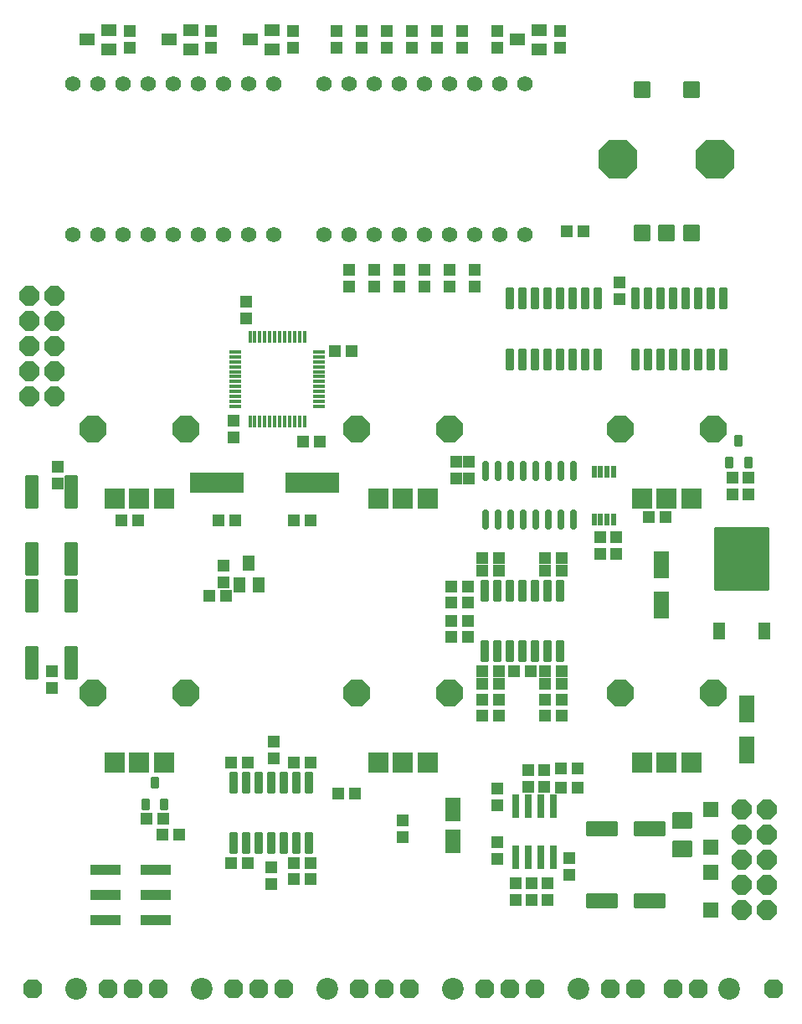
<source format=gbr>
%TF.GenerationSoftware,KiCad,Pcbnew,(6.0.11-0)*%
%TF.CreationDate,2023-03-06T23:39:12+01:00*%
%TF.ProjectId,braids,62726169-6473-42e6-9b69-6361645f7063,rev?*%
%TF.SameCoordinates,Original*%
%TF.FileFunction,Soldermask,Top*%
%TF.FilePolarity,Negative*%
%FSLAX46Y46*%
G04 Gerber Fmt 4.6, Leading zero omitted, Abs format (unit mm)*
G04 Created by KiCad (PCBNEW (6.0.11-0)) date 2023-03-06 23:39:12*
%MOMM*%
%LPD*%
G01*
G04 APERTURE LIST*
G04 Aperture macros list*
%AMRoundRect*
0 Rectangle with rounded corners*
0 $1 Rounding radius*
0 $2 $3 $4 $5 $6 $7 $8 $9 X,Y pos of 4 corners*
0 Add a 4 corners polygon primitive as box body*
4,1,4,$2,$3,$4,$5,$6,$7,$8,$9,$2,$3,0*
0 Add four circle primitives for the rounded corners*
1,1,$1+$1,$2,$3*
1,1,$1+$1,$4,$5*
1,1,$1+$1,$6,$7*
1,1,$1+$1,$8,$9*
0 Add four rect primitives between the rounded corners*
20,1,$1+$1,$2,$3,$4,$5,0*
20,1,$1+$1,$4,$5,$6,$7,0*
20,1,$1+$1,$6,$7,$8,$9,0*
20,1,$1+$1,$8,$9,$2,$3,0*%
%AMFreePoly0*
4,1,25,0.575031,1.328373,0.579933,1.323882,1.323882,0.579933,1.345910,0.532692,1.346200,0.526051,1.346200,-0.526051,1.328373,-0.575031,1.323882,-0.579933,0.579933,-1.323882,0.532692,-1.345910,0.526051,-1.346200,-0.526051,-1.346200,-0.575031,-1.328373,-0.579933,-1.323882,-1.323882,-0.579933,-1.345910,-0.532692,-1.346200,-0.526051,-1.346200,0.526051,-1.328373,0.575031,-1.323882,0.579933,
-0.579933,1.323882,-0.532692,1.345910,-0.526051,1.346200,0.526051,1.346200,0.575031,1.328373,0.575031,1.328373,$1*%
%AMFreePoly1*
4,1,25,0.417216,0.947373,0.422118,0.942882,0.942882,0.422118,0.964910,0.374877,0.965200,0.368236,0.965200,-0.368236,0.947373,-0.417216,0.942882,-0.422118,0.422118,-0.942882,0.374877,-0.964910,0.368236,-0.965200,-0.368236,-0.965200,-0.417216,-0.947373,-0.422118,-0.942882,-0.942882,-0.422118,-0.964910,-0.374877,-0.965200,-0.368236,-0.965200,0.368236,-0.947373,0.417216,-0.942882,0.422118,
-0.422118,0.942882,-0.374877,0.964910,-0.368236,0.965200,0.368236,0.965200,0.417216,0.947373,0.417216,0.947373,$1*%
%AMFreePoly2*
4,1,25,0.839299,1.966373,0.844201,1.961882,1.961882,0.844201,1.983910,0.796960,1.984200,0.790319,1.984200,-0.790319,1.966373,-0.839299,1.961882,-0.844201,0.844201,-1.961882,0.796960,-1.983910,0.790319,-1.984200,-0.790319,-1.984200,-0.839299,-1.966373,-0.844201,-1.961882,-1.961882,-0.844201,-1.983910,-0.796960,-1.984200,-0.790319,-1.984200,0.790319,-1.966373,0.839299,-1.961882,0.844201,
-0.844201,1.961882,-0.796960,1.983910,-0.790319,1.984200,0.790319,1.984200,0.839299,1.966373,0.839299,1.966373,$1*%
%AMFreePoly3*
4,1,25,0.438258,0.998173,0.443160,0.993682,0.993682,0.443160,1.015710,0.395919,1.016000,0.389278,1.016000,-0.389278,0.998173,-0.438258,0.993682,-0.443160,0.443160,-0.993682,0.395919,-1.015710,0.389278,-1.016000,-0.389278,-1.016000,-0.438258,-0.998173,-0.443160,-0.993682,-0.993682,-0.443160,-1.015710,-0.395919,-1.016000,-0.389278,-1.016000,0.389278,-0.998173,0.438258,-0.993682,0.443160,
-0.443160,0.993682,-0.395919,1.015710,-0.389278,1.016000,0.389278,1.016000,0.438258,0.998173,0.438258,0.998173,$1*%
G04 Aperture macros list end*
%ADD10RoundRect,0.076200X0.550000X0.500000X-0.550000X0.500000X-0.550000X-0.500000X0.550000X-0.500000X0*%
%ADD11RoundRect,0.076200X-0.550000X0.500000X-0.550000X-0.500000X0.550000X-0.500000X0.550000X0.500000X0*%
%ADD12RoundRect,0.076200X-0.500000X-0.550000X0.500000X-0.550000X0.500000X0.550000X-0.500000X0.550000X0*%
%ADD13RoundRect,0.076200X0.939800X-0.939800X0.939800X0.939800X-0.939800X0.939800X-0.939800X-0.939800X0*%
%ADD14FreePoly0,90.000000*%
%ADD15RoundRect,0.076200X-0.500000X0.550000X-0.500000X-0.550000X0.500000X-0.550000X0.500000X0.550000X0*%
%ADD16RoundRect,0.076200X0.700000X-0.500000X0.700000X0.500000X-0.700000X0.500000X-0.700000X-0.500000X0*%
%ADD17RoundRect,0.076200X0.550000X-0.500000X0.550000X0.500000X-0.550000X0.500000X-0.550000X-0.500000X0*%
%ADD18RoundRect,0.076200X-0.550000X-0.500000X0.550000X-0.500000X0.550000X0.500000X-0.550000X0.500000X0*%
%ADD19RoundRect,0.076200X2.667000X0.965200X-2.667000X0.965200X-2.667000X-0.965200X2.667000X-0.965200X0*%
%ADD20RoundRect,0.076200X-0.330200X-1.016000X0.330200X-1.016000X0.330200X1.016000X-0.330200X1.016000X0*%
%ADD21RoundRect,0.076200X0.500000X0.550000X-0.500000X0.550000X-0.500000X-0.550000X0.500000X-0.550000X0*%
%ADD22RoundRect,0.076200X0.500000X-0.550000X0.500000X0.550000X-0.500000X0.550000X-0.500000X-0.550000X0*%
%ADD23RoundRect,0.076200X-0.350000X-0.500000X0.350000X-0.500000X0.350000X0.500000X-0.350000X0.500000X0*%
%ADD24RoundRect,0.076200X1.500000X0.700000X-1.500000X0.700000X-1.500000X-0.700000X1.500000X-0.700000X0*%
%ADD25RoundRect,0.076200X-0.500000X-0.700000X0.500000X-0.700000X0.500000X0.700000X-0.500000X0.700000X0*%
%ADD26C,2.200000*%
%ADD27FreePoly1,90.000000*%
%ADD28RoundRect,0.076200X-0.600000X1.600000X-0.600000X-1.600000X0.600000X-1.600000X0.600000X1.600000X0*%
%ADD29RoundRect,0.150000X0.150000X-0.825000X0.150000X0.825000X-0.150000X0.825000X-0.150000X-0.825000X0*%
%ADD30RoundRect,0.076200X-0.205000X-0.510000X0.205000X-0.510000X0.205000X0.510000X-0.205000X0.510000X0*%
%ADD31RoundRect,0.076200X-0.127000X-0.500000X0.127000X-0.500000X0.127000X0.500000X-0.127000X0.500000X0*%
%ADD32RoundRect,0.076200X-0.500000X-0.127000X0.500000X-0.127000X0.500000X0.127000X-0.500000X0.127000X0*%
%ADD33RoundRect,0.076200X-0.750000X-0.750000X0.750000X-0.750000X0.750000X0.750000X-0.750000X0.750000X0*%
%ADD34FreePoly2,0.000000*%
%ADD35R,3.150000X1.000000*%
%ADD36C,1.574800*%
%ADD37RoundRect,0.076200X0.700000X-1.300000X0.700000X1.300000X-0.700000X1.300000X-0.700000X-1.300000X0*%
%ADD38RoundRect,0.076200X-0.901500X0.800000X-0.901500X-0.800000X0.901500X-0.800000X0.901500X0.800000X0*%
%ADD39RoundRect,0.076200X-0.500000X-0.800000X0.500000X-0.800000X0.500000X0.800000X-0.500000X0.800000X0*%
%ADD40RoundRect,0.076200X-2.700000X-3.100000X2.700000X-3.100000X2.700000X3.100000X-2.700000X3.100000X0*%
%ADD41RoundRect,0.076200X0.700000X-0.700000X0.700000X0.700000X-0.700000X0.700000X-0.700000X-0.700000X0*%
%ADD42FreePoly1,270.000000*%
%ADD43RoundRect,0.076200X0.700000X-1.100000X0.700000X1.100000X-0.700000X1.100000X-0.700000X-1.100000X0*%
%ADD44RoundRect,0.076200X-0.300000X-1.100000X0.300000X-1.100000X0.300000X1.100000X-0.300000X1.100000X0*%
%ADD45FreePoly3,270.000000*%
%ADD46FreePoly3,90.000000*%
G04 APERTURE END LIST*
D10*
%TO.C,C16*%
X158251100Y-119926100D03*
X156551100Y-119926100D03*
%TD*%
D11*
%TO.C,R5*%
X144383600Y-55258600D03*
X144383600Y-56958600D03*
%TD*%
D12*
%TO.C,R41*%
X156551100Y-124371100D03*
X158251100Y-124371100D03*
%TD*%
D13*
%TO.C,R19*%
X124341100Y-102478600D03*
X121841100Y-102478600D03*
X119341100Y-102478600D03*
D14*
X126541100Y-95478600D03*
X117141100Y-95478600D03*
%TD*%
D13*
%TO.C,R36*%
X124341100Y-129148600D03*
X121841100Y-129148600D03*
X119341100Y-129148600D03*
D14*
X126541100Y-122148600D03*
X117141100Y-122148600D03*
%TD*%
D11*
%TO.C,R3*%
X137398600Y-55258600D03*
X137398600Y-56958600D03*
%TD*%
D12*
%TO.C,R32*%
X153376100Y-116433600D03*
X155076100Y-116433600D03*
%TD*%
D15*
%TO.C,C11*%
X168513600Y-106376100D03*
X168513600Y-108076100D03*
%TD*%
D16*
%TO.C,Q2*%
X127068600Y-57058600D03*
X124868600Y-56108600D03*
X127068600Y-55158600D03*
%TD*%
D17*
%TO.C,R18*%
X155813600Y-81088600D03*
X155813600Y-79388600D03*
%TD*%
D18*
%TO.C,C22*%
X164488600Y-131673600D03*
X166188600Y-131673600D03*
%TD*%
D19*
%TO.C,Q5*%
X139367100Y-100876100D03*
X129715100Y-100876100D03*
%TD*%
D17*
%TO.C,R13*%
X143113600Y-81088600D03*
X143113600Y-79388600D03*
%TD*%
D20*
%TO.C,IC9*%
X131366100Y-137287000D03*
X132636100Y-137287000D03*
X133906100Y-137287000D03*
X135176100Y-137287000D03*
X136446100Y-137287000D03*
X137716100Y-137287000D03*
X138986100Y-137287000D03*
X138986100Y-131140200D03*
X137716100Y-131140200D03*
X136446100Y-131140200D03*
X135176100Y-131140200D03*
X133906100Y-131140200D03*
X132636100Y-131140200D03*
X131366100Y-131140200D03*
%TD*%
D21*
%TO.C,R51*%
X125866100Y-136436100D03*
X124166100Y-136436100D03*
%TD*%
D22*
%TO.C,C6*%
X153908600Y-100456100D03*
X153908600Y-98756100D03*
%TD*%
D23*
%TO.C,IC3*%
X181533600Y-98801100D03*
X183433600Y-98801100D03*
X182483600Y-96601100D03*
%TD*%
D17*
%TO.C,R17*%
X153273600Y-81088600D03*
X153273600Y-79388600D03*
%TD*%
D15*
%TO.C,C4*%
X131366100Y-94628600D03*
X131366100Y-96328600D03*
%TD*%
%TO.C,C28*%
X135176100Y-139713600D03*
X135176100Y-141413600D03*
%TD*%
D24*
%TO.C,C30*%
X168653600Y-143103600D03*
X173453600Y-143103600D03*
%TD*%
D25*
%TO.C,Q6*%
X132003600Y-111183600D03*
X132953600Y-108983600D03*
X133903600Y-111183600D03*
%TD*%
D22*
%TO.C,C7*%
X155178600Y-100456100D03*
X155178600Y-98756100D03*
%TD*%
D20*
%TO.C,IC2*%
X172006100Y-88392000D03*
X173276100Y-88392000D03*
X174546100Y-88392000D03*
X175816100Y-88392000D03*
X177086100Y-88392000D03*
X178356100Y-88392000D03*
X179626100Y-88392000D03*
X180896100Y-88392000D03*
X180896100Y-82245200D03*
X179626100Y-82245200D03*
X178356100Y-82245200D03*
X177086100Y-82245200D03*
X175816100Y-82245200D03*
X174546100Y-82245200D03*
X173276100Y-82245200D03*
X172006100Y-82245200D03*
%TD*%
D17*
%TO.C,R55*%
X159941100Y-143001100D03*
X159941100Y-141301100D03*
%TD*%
D23*
%TO.C,IC8*%
X122478600Y-133408600D03*
X124378600Y-133408600D03*
X123428600Y-131208600D03*
%TD*%
D11*
%TO.C,R27*%
X130413600Y-109233600D03*
X130413600Y-110933600D03*
%TD*%
D17*
%TO.C,R23*%
X181848600Y-102043600D03*
X181848600Y-100343600D03*
%TD*%
%TO.C,R22*%
X113635000Y-100961300D03*
X113635000Y-99261300D03*
%TD*%
D22*
%TO.C,C1*%
X170418600Y-82358600D03*
X170418600Y-80658600D03*
%TD*%
D11*
%TO.C,R1*%
X120888600Y-55258600D03*
X120888600Y-56958600D03*
%TD*%
D21*
%TO.C,R12*%
X166823600Y-75476100D03*
X165123600Y-75476100D03*
%TD*%
D26*
%TO.C,J4*%
X153591100Y-151993600D03*
D27*
X159306100Y-151993600D03*
X156766100Y-151993600D03*
X149146100Y-151993600D03*
%TD*%
D12*
%TO.C,R53*%
X137501100Y-139293600D03*
X139201100Y-139293600D03*
%TD*%
D26*
%TO.C,J3*%
X140891100Y-151993600D03*
D27*
X146606100Y-151993600D03*
X144066100Y-151993600D03*
X136446100Y-151993600D03*
%TD*%
D28*
%TO.C,SW2*%
X111000000Y-101791300D03*
X111000000Y-108591300D03*
X115000000Y-101791300D03*
X115000000Y-108591300D03*
%TD*%
D29*
%TO.C,IC4*%
X156855000Y-104621100D03*
X158125000Y-104621100D03*
X159395000Y-104621100D03*
X160665000Y-104621100D03*
X161935000Y-104621100D03*
X163205000Y-104621100D03*
X164475000Y-104621100D03*
X165745000Y-104621100D03*
X165745000Y-99671100D03*
X164475000Y-99671100D03*
X163205000Y-99671100D03*
X161935000Y-99671100D03*
X160665000Y-99671100D03*
X159395000Y-99671100D03*
X158125000Y-99671100D03*
X156855000Y-99671100D03*
%TD*%
D16*
%TO.C,Q3*%
X135323600Y-57058600D03*
X133123600Y-56108600D03*
X135323600Y-55158600D03*
%TD*%
D11*
%TO.C,R50*%
X158036100Y-137173600D03*
X158036100Y-138873600D03*
%TD*%
D26*
%TO.C,J5*%
X166291100Y-151993600D03*
D27*
X172006100Y-151993600D03*
X169466100Y-151993600D03*
X161846100Y-151993600D03*
%TD*%
D12*
%TO.C,R42*%
X162901100Y-124371100D03*
X164601100Y-124371100D03*
%TD*%
D11*
%TO.C,R7*%
X149463600Y-55258600D03*
X149463600Y-56958600D03*
%TD*%
D30*
%TO.C,IC5*%
X167856100Y-104546100D03*
X168506100Y-104546100D03*
X169156100Y-104546100D03*
X169806100Y-104546100D03*
X169806100Y-99746100D03*
X169156100Y-99746100D03*
X168506100Y-99746100D03*
X167856100Y-99746100D03*
%TD*%
D12*
%TO.C,R28*%
X153376100Y-111353600D03*
X155076100Y-111353600D03*
%TD*%
D26*
%TO.C,J1*%
X115491100Y-151993600D03*
D27*
X121206100Y-151993600D03*
X118666100Y-151993600D03*
X111046100Y-151993600D03*
%TD*%
D18*
%TO.C,C18*%
X159726100Y-119926100D03*
X161426100Y-119926100D03*
%TD*%
D17*
%TO.C,R14*%
X145653600Y-81088600D03*
X145653600Y-79388600D03*
%TD*%
D18*
%TO.C,C3*%
X141628600Y-87541100D03*
X143328600Y-87541100D03*
%TD*%
D26*
%TO.C,J2*%
X128191100Y-151993600D03*
D27*
X133906100Y-151993600D03*
X131366100Y-151993600D03*
X123746100Y-151993600D03*
%TD*%
D24*
%TO.C,C25*%
X168653600Y-135801100D03*
X173453600Y-135801100D03*
%TD*%
D15*
%TO.C,C8*%
X183436100Y-100343600D03*
X183436100Y-102043600D03*
%TD*%
D31*
%TO.C,UC1*%
X133061100Y-94648600D03*
X133561100Y-94648600D03*
X134061100Y-94648600D03*
X134561100Y-94648600D03*
X135061100Y-94648600D03*
X135561100Y-94648600D03*
X136061100Y-94648600D03*
X136561100Y-94648600D03*
X137061100Y-94648600D03*
X137561100Y-94648600D03*
X138061100Y-94648600D03*
X138561100Y-94648600D03*
D32*
X140061100Y-93148600D03*
X140061100Y-92648600D03*
X140061100Y-92148600D03*
X140061100Y-91648600D03*
X140061100Y-91148600D03*
X140061100Y-90648600D03*
X140061100Y-90148600D03*
X140061100Y-89648600D03*
X140061100Y-89148600D03*
X140061100Y-88648600D03*
X140061100Y-88148600D03*
X140061100Y-87648600D03*
D31*
X138561100Y-86148600D03*
X138061100Y-86148600D03*
X137561100Y-86148600D03*
X137061100Y-86148600D03*
X136561100Y-86148600D03*
X136061100Y-86148600D03*
X135561100Y-86148600D03*
X135061100Y-86148600D03*
X134561100Y-86148600D03*
X134061100Y-86148600D03*
X133561100Y-86148600D03*
X133061100Y-86148600D03*
D32*
X131561100Y-87648600D03*
X131561100Y-88148600D03*
X131561100Y-88648600D03*
X131561100Y-89148600D03*
X131561100Y-89648600D03*
X131561100Y-90148600D03*
X131561100Y-90648600D03*
X131561100Y-91148600D03*
X131561100Y-91648600D03*
X131561100Y-92148600D03*
X131561100Y-92648600D03*
X131561100Y-93148600D03*
%TD*%
D10*
%TO.C,C26*%
X124278600Y-134848600D03*
X122578600Y-134848600D03*
%TD*%
D18*
%TO.C,C17*%
X162901100Y-119926100D03*
X164601100Y-119926100D03*
%TD*%
D11*
%TO.C,R2*%
X129143600Y-55258600D03*
X129143600Y-56958600D03*
%TD*%
D10*
%TO.C,C13*%
X158251100Y-109766100D03*
X156551100Y-109766100D03*
%TD*%
D17*
%TO.C,R16*%
X150733600Y-81088600D03*
X150733600Y-79388600D03*
%TD*%
D22*
%TO.C,C27*%
X165338600Y-140461100D03*
X165338600Y-138761100D03*
%TD*%
D12*
%TO.C,R35*%
X162901100Y-121196100D03*
X164601100Y-121196100D03*
%TD*%
D21*
%TO.C,R34*%
X158251100Y-121196100D03*
X156551100Y-121196100D03*
%TD*%
D11*
%TO.C,R8*%
X152003600Y-55258600D03*
X152003600Y-56958600D03*
%TD*%
D15*
%TO.C,C29*%
X161528600Y-141301100D03*
X161528600Y-143001100D03*
%TD*%
D20*
%TO.C,IC1*%
X159306100Y-88392000D03*
X160576100Y-88392000D03*
X161846100Y-88392000D03*
X163116100Y-88392000D03*
X164386100Y-88392000D03*
X165656100Y-88392000D03*
X166926100Y-88392000D03*
X168196100Y-88392000D03*
X168196100Y-82245200D03*
X166926100Y-82245200D03*
X165656100Y-82245200D03*
X164386100Y-82245200D03*
X163116100Y-82245200D03*
X161846100Y-82245200D03*
X160576100Y-82245200D03*
X159306100Y-82245200D03*
%TD*%
D11*
%TO.C,R6*%
X146923600Y-55258600D03*
X146923600Y-56958600D03*
%TD*%
D16*
%TO.C,Q4*%
X162311100Y-57058600D03*
X160111100Y-56108600D03*
X162311100Y-55158600D03*
%TD*%
D21*
%TO.C,R47*%
X143646100Y-132308600D03*
X141946100Y-132308600D03*
%TD*%
D33*
%TO.C,SW1*%
X172681100Y-75673600D03*
X177681100Y-75673600D03*
X175181100Y-75673600D03*
X172681100Y-61173600D03*
X177681100Y-61173600D03*
D34*
X170281100Y-68173600D03*
X180081100Y-68173600D03*
%TD*%
D13*
%TO.C,R20*%
X151011100Y-102478600D03*
X148511100Y-102478600D03*
X146011100Y-102478600D03*
D14*
X153211100Y-95478600D03*
X143811100Y-95478600D03*
%TD*%
D35*
%TO.C,J7*%
X123525000Y-145040000D03*
X118475000Y-145040000D03*
X123525000Y-142500000D03*
X118475000Y-142500000D03*
X123525000Y-139960000D03*
X118475000Y-139960000D03*
%TD*%
D36*
%TO.C,DISP1*%
X115173600Y-75793600D03*
X117713600Y-75793600D03*
X120253600Y-75793600D03*
X122793600Y-75793600D03*
X125333600Y-75793600D03*
X127873600Y-75793600D03*
X130413600Y-75793600D03*
X132953600Y-75793600D03*
X135493600Y-75793600D03*
X135493600Y-60553600D03*
X132953600Y-60553600D03*
X130413600Y-60553600D03*
X127873600Y-60553600D03*
X125333600Y-60553600D03*
X122793600Y-60553600D03*
X120253600Y-60553600D03*
X117713600Y-60553600D03*
X115173600Y-60553600D03*
%TD*%
D17*
%TO.C,R46*%
X162798600Y-131571100D03*
X162798600Y-129871100D03*
%TD*%
D18*
%TO.C,C5*%
X138453600Y-96748600D03*
X140153600Y-96748600D03*
%TD*%
D17*
%TO.C,R56*%
X163116100Y-143001100D03*
X163116100Y-141301100D03*
%TD*%
D37*
%TO.C,C19*%
X183277300Y-123749800D03*
X183277300Y-127849800D03*
%TD*%
D12*
%TO.C,R44*%
X137501100Y-129133600D03*
X139201100Y-129133600D03*
%TD*%
D21*
%TO.C,R52*%
X132851100Y-139293600D03*
X131151100Y-139293600D03*
%TD*%
%TO.C,R25*%
X158251100Y-108496100D03*
X156551100Y-108496100D03*
%TD*%
D12*
%TO.C,R24*%
X173378600Y-104368600D03*
X175078600Y-104368600D03*
%TD*%
%TO.C,R30*%
X153376100Y-112941100D03*
X155076100Y-112941100D03*
%TD*%
D21*
%TO.C,R43*%
X132851100Y-129133600D03*
X131151100Y-129133600D03*
%TD*%
D18*
%TO.C,C14*%
X162901100Y-109766100D03*
X164601100Y-109766100D03*
%TD*%
D13*
%TO.C,R38*%
X177681100Y-129148600D03*
X175181100Y-129148600D03*
X172681100Y-129148600D03*
D14*
X179881100Y-122148600D03*
X170481100Y-122148600D03*
%TD*%
D38*
%TO.C,R49*%
X176768600Y-135014100D03*
X176768600Y-137858100D03*
%TD*%
D13*
%TO.C,R37*%
X151011100Y-129148600D03*
X148511100Y-129148600D03*
X146011100Y-129148600D03*
D14*
X153211100Y-122148600D03*
X143811100Y-122148600D03*
%TD*%
D39*
%TO.C,IC6*%
X180521100Y-115836100D03*
X185081100Y-115836100D03*
D40*
X182801100Y-108536100D03*
%TD*%
D20*
%TO.C,IC7*%
X156766100Y-117919500D03*
X158036100Y-117919500D03*
X159306100Y-117919500D03*
X160576100Y-117919500D03*
X161846100Y-117919500D03*
X163116100Y-117919500D03*
X164386100Y-117919500D03*
X164386100Y-111772700D03*
X163116100Y-111772700D03*
X161846100Y-111772700D03*
X160576100Y-111772700D03*
X159306100Y-111772700D03*
X158036100Y-111772700D03*
X156766100Y-111772700D03*
%TD*%
D12*
%TO.C,R45*%
X164488600Y-129768600D03*
X166188600Y-129768600D03*
%TD*%
D41*
%TO.C,D2*%
X179626100Y-140251100D03*
X179626100Y-144051100D03*
%TD*%
D13*
%TO.C,R21*%
X177681100Y-102478600D03*
X175181100Y-102478600D03*
X172681100Y-102478600D03*
D14*
X179881100Y-95478600D03*
X170481100Y-95478600D03*
%TD*%
D12*
%TO.C,R31*%
X153376100Y-114846100D03*
X155076100Y-114846100D03*
%TD*%
D28*
%TO.C,SW3*%
X111000000Y-112268800D03*
X111000000Y-119068800D03*
X115000000Y-112268800D03*
X115000000Y-119068800D03*
%TD*%
D11*
%TO.C,R10*%
X158036100Y-55258600D03*
X158036100Y-56958600D03*
%TD*%
D15*
%TO.C,C12*%
X170101100Y-106376100D03*
X170101100Y-108076100D03*
%TD*%
D12*
%TO.C,R26*%
X162901100Y-108496100D03*
X164601100Y-108496100D03*
%TD*%
D26*
%TO.C,J6*%
X181531100Y-151993600D03*
D42*
X175816100Y-151993600D03*
X178356100Y-151993600D03*
X185976100Y-151993600D03*
%TD*%
D43*
%TO.C,C24*%
X153591100Y-133883600D03*
X153591100Y-137083600D03*
%TD*%
D17*
%TO.C,R33*%
X113000000Y-121598800D03*
X113000000Y-119898800D03*
%TD*%
D15*
%TO.C,C21*%
X161211100Y-129871100D03*
X161211100Y-131571100D03*
%TD*%
D11*
%TO.C,R4*%
X141843600Y-55258600D03*
X141843600Y-56958600D03*
%TD*%
D17*
%TO.C,R48*%
X148511100Y-136651100D03*
X148511100Y-134951100D03*
%TD*%
D12*
%TO.C,R40*%
X162901100Y-122783600D03*
X164601100Y-122783600D03*
%TD*%
D41*
%TO.C,D1*%
X179626100Y-133901100D03*
X179626100Y-137701100D03*
%TD*%
D11*
%TO.C,R9*%
X154543600Y-55258600D03*
X154543600Y-56958600D03*
%TD*%
D36*
%TO.C,DISP2*%
X140573600Y-75793600D03*
X143113600Y-75793600D03*
X145653600Y-75793600D03*
X148193600Y-75793600D03*
X150733600Y-75793600D03*
X153273600Y-75793600D03*
X155813600Y-75793600D03*
X158353600Y-75793600D03*
X160893600Y-75793600D03*
X160893600Y-60553600D03*
X158353600Y-60553600D03*
X155813600Y-60553600D03*
X153273600Y-60553600D03*
X150733600Y-60553600D03*
X148193600Y-60553600D03*
X145653600Y-60553600D03*
X143113600Y-60553600D03*
X140573600Y-60553600D03*
%TD*%
D18*
%TO.C,C10*%
X137501100Y-104686100D03*
X139201100Y-104686100D03*
%TD*%
D10*
%TO.C,C9*%
X131581100Y-104686100D03*
X129881100Y-104686100D03*
%TD*%
D16*
%TO.C,Q1*%
X118813600Y-57058600D03*
X116613600Y-56108600D03*
X118813600Y-55158600D03*
%TD*%
D10*
%TO.C,C31*%
X121738600Y-104686100D03*
X120038600Y-104686100D03*
%TD*%
D12*
%TO.C,R39*%
X156551100Y-122783600D03*
X158251100Y-122783600D03*
%TD*%
%TO.C,R29*%
X128928600Y-112306100D03*
X130628600Y-112306100D03*
%TD*%
D15*
%TO.C,C20*%
X135493600Y-127013600D03*
X135493600Y-128713600D03*
%TD*%
D22*
%TO.C,C23*%
X158036100Y-133476100D03*
X158036100Y-131776100D03*
%TD*%
D37*
%TO.C,C15*%
X174704800Y-109144900D03*
X174704800Y-113244900D03*
%TD*%
D22*
%TO.C,C2*%
X132636100Y-84263600D03*
X132636100Y-82563600D03*
%TD*%
D11*
%TO.C,R11*%
X164386100Y-55258600D03*
X164386100Y-56958600D03*
%TD*%
D17*
%TO.C,R15*%
X148193600Y-81088600D03*
X148193600Y-79388600D03*
%TD*%
D21*
%TO.C,R54*%
X139201100Y-140881100D03*
X137501100Y-140881100D03*
%TD*%
D44*
%TO.C,IC10*%
X159941100Y-138718600D03*
X161211100Y-138718600D03*
X162481100Y-138718600D03*
X163751100Y-138718600D03*
X163751100Y-133518600D03*
X162481100Y-133518600D03*
X161211100Y-133518600D03*
X159941100Y-133518600D03*
%TD*%
D45*
%TO.C,JP1*%
X185341100Y-133896100D03*
X182801100Y-133896100D03*
X185341100Y-136436100D03*
X182801100Y-136436100D03*
X185341100Y-138976100D03*
X182801100Y-138976100D03*
X185341100Y-141516100D03*
X182801100Y-141516100D03*
X185341100Y-144056100D03*
X182801100Y-144056100D03*
%TD*%
D46*
%TO.C,JP2*%
X110730000Y-92120000D03*
X113270000Y-92120000D03*
X110730000Y-89580000D03*
X113270000Y-89580000D03*
X110730000Y-87040000D03*
X113270000Y-87040000D03*
X110730000Y-84500000D03*
X113270000Y-84500000D03*
X110730000Y-81960000D03*
X113270000Y-81960000D03*
%TD*%
M02*

</source>
